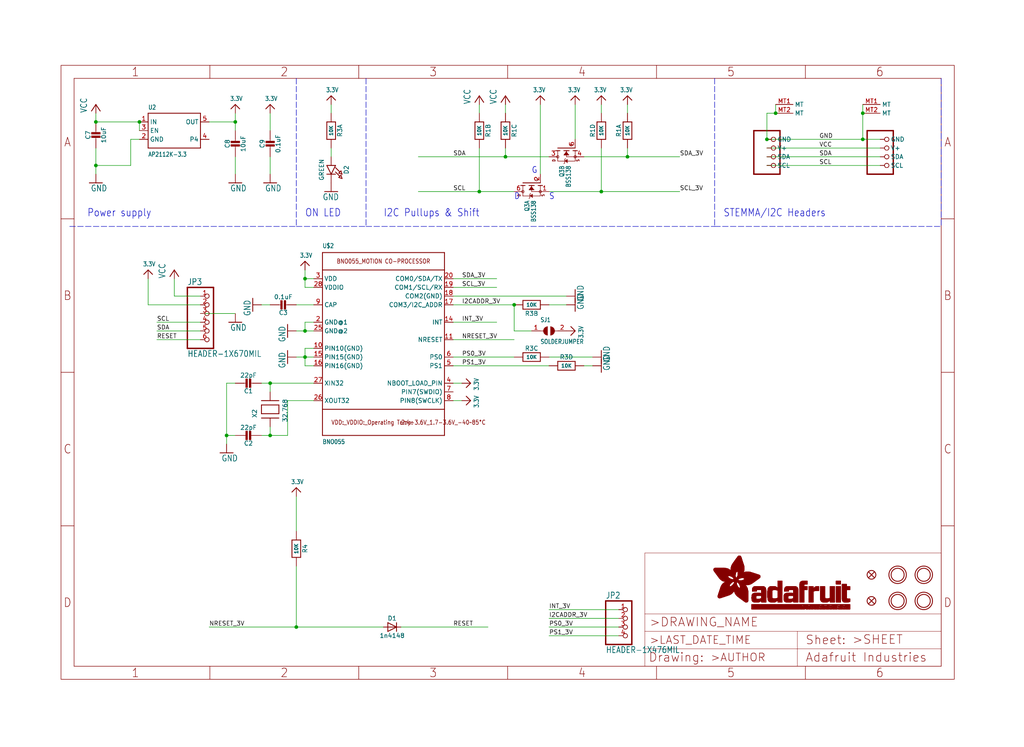
<source format=kicad_sch>
(kicad_sch (version 20211123) (generator eeschema)
  (paper "User" 298.45 217.881)
  (lib_symbols
    (symbol "Adafruit BNO055 STEMMA QT-eagle-import:3.3V" (power)
      (property "Value" "3.3V" (at -1.524 1.016 0))
      (symbol "3.3V_1_0"
        (pin power_in line (at 0 -2.54 90) (length 2.54) (name "3.3V") (number "1"))
      )
    )
    (symbol "Adafruit BNO055 STEMMA QT-eagle-import:BNO055"
      (property "Value" "BNO055" (at -17.78 -30.48 0))
      (symbol "BNO055_1_0"
        (text "2.4-3.6V_1.7-3.6V_-40~85°C" (at 5.08 -24.13 0) (effects (font (size 1.27 1.0795)) (justify left)))
        (text "BNO055_MOTION CO-PROCESSOR" (at 0 22.86 0) (effects (font (size 1.27 1.0795))))
        (text "VDD:_VDDIO:_Operating Temp:" (at -15.24 -24.13 0) (effects (font (size 1.27 1.0795)) (justify left)))
        (pin bidirectional line (at -20.32 -2.54 0) (length 2.54) (name "PIN10(GND)") (number "10"))
        (pin bidirectional line (at 20.32 0 180) (length 2.54) (name "NRESET") (number "11"))
        (pin output line (at 20.32 5.08 180) (length 2.54) (name "INT") (number "14"))
        (pin bidirectional line (at -20.32 -5.08 0) (length 2.54) (name "PIN15(GND)") (number "15"))
        (pin bidirectional line (at -20.32 -7.62 0) (length 2.54) (name "PIN16(GND)") (number "16"))
        (pin bidirectional line (at 20.32 10.16 180) (length 2.54) (name "COM3/I2C_ADDR") (number "17"))
        (pin bidirectional line (at 20.32 12.7 180) (length 2.54) (name "COM2(GND)") (number "18"))
        (pin bidirectional line (at 20.32 15.24 180) (length 2.54) (name "COM1/SCL/RX") (number "19"))
        (pin power_in line (at -20.32 5.08 0) (length 2.54) (name "GND@1") (number "2"))
        (pin bidirectional line (at 20.32 17.78 180) (length 2.54) (name "COM0/SDA/TX") (number "20"))
        (pin power_in line (at -20.32 2.54 0) (length 2.54) (name "GND@2") (number "25"))
        (pin output line (at -20.32 -17.78 0) (length 2.54) (name "XOUT32") (number "26"))
        (pin input line (at -20.32 -12.7 0) (length 2.54) (name "XIN32") (number "27"))
        (pin power_in line (at -20.32 15.24 0) (length 2.54) (name "VDDIO") (number "28"))
        (pin power_in line (at -20.32 17.78 0) (length 2.54) (name "VDD") (number "3"))
        (pin bidirectional line (at 20.32 -12.7 180) (length 2.54) (name "NBOOT_LOAD_PIN") (number "4"))
        (pin input line (at 20.32 -7.62 180) (length 2.54) (name "PS1") (number "5"))
        (pin input line (at 20.32 -5.08 180) (length 2.54) (name "PS0") (number "6"))
        (pin bidirectional line (at 20.32 -15.24 180) (length 2.54) (name "PIN7(SWDIO)") (number "7"))
        (pin bidirectional line (at 20.32 -17.78 180) (length 2.54) (name "PIN8(SWCLK)") (number "8"))
        (pin passive line (at -20.32 10.16 0) (length 2.54) (name "CAP") (number "9"))
      )
    )
    (symbol "Adafruit BNO055 STEMMA QT-eagle-import:CAP_CERAMIC0603_NO"
      (property "Reference" "C" (at -2.29 1.25 90))
      (property "Value" "CAP_CERAMIC0603_NO" (at 2.3 1.25 90))
      (symbol "CAP_CERAMIC0603_NO_1_0"
        (pin passive line (at 0 5.08 270) (length 2.54) (name "1") (number "1"))
        (pin passive line (at 0 -2.54 90) (length 2.54) (name "2") (number "2"))
      )
    )
    (symbol "Adafruit BNO055 STEMMA QT-eagle-import:CAP_CERAMIC0805-NOOUTLINE"
      (property "Reference" "C" (at -2.29 1.25 90))
      (property "Value" "CAP_CERAMIC0805-NOOUTLINE" (at 2.3 1.25 90))
      (symbol "CAP_CERAMIC0805-NOOUTLINE_1_0"
        (pin passive line (at 0 5.08 270) (length 2.54) (name "1") (number "1"))
        (pin passive line (at 0 -2.54 90) (length 2.54) (name "2") (number "2"))
      )
    )
    (symbol "Adafruit BNO055 STEMMA QT-eagle-import:DIODESOD-323"
      (property "Reference" "D" (at 0 2.54 0))
      (property "Value" "DIODESOD-323" (at 0 -2.5 0))
      (symbol "DIODESOD-323_1_0"
        (pin passive line (at -2.54 0 0) (length 2.54) (name "A") (number "A"))
        (pin passive line (at 2.54 0 180) (length 2.54) (name "C") (number "C"))
      )
    )
    (symbol "Adafruit BNO055 STEMMA QT-eagle-import:FIDUCIAL_1MM")
    (symbol "Adafruit BNO055 STEMMA QT-eagle-import:FRAME_A4_ADAFRUIT"
      (symbol "FRAME_A4_ADAFRUIT_1_0"
        (text "1" (at 21.6958 1.905 0) (effects (font (size 2.54 2.286))))
        (text "1" (at 21.6958 177.165 0) (effects (font (size 2.54 2.286))))
        (text "2" (at 65.0875 1.905 0) (effects (font (size 2.54 2.286))))
        (text "2" (at 65.0875 177.165 0) (effects (font (size 2.54 2.286))))
        (text "3" (at 108.4792 1.905 0) (effects (font (size 2.54 2.286))))
        (text "3" (at 108.4792 177.165 0) (effects (font (size 2.54 2.286))))
        (text "4" (at 151.8708 1.905 0) (effects (font (size 2.54 2.286))))
        (text "4" (at 151.8708 177.165 0) (effects (font (size 2.54 2.286))))
        (text "5" (at 195.2625 1.905 0) (effects (font (size 2.54 2.286))))
        (text "5" (at 195.2625 177.165 0) (effects (font (size 2.54 2.286))))
        (text "6" (at 238.6542 1.905 0) (effects (font (size 2.54 2.286))))
        (text "6" (at 238.6542 177.165 0) (effects (font (size 2.54 2.286))))
        (text ">AUTHOR" (at 189.23 5.08 0) (effects (font (size 2.286 2.286)) (justify left bottom)))
        (text ">DRAWING_NAME" (at 171.45 15.24 0) (effects (font (size 2.54 2.54)) (justify left bottom)))
        (text ">LAST_DATE_TIME" (at 171.45 10.16 0) (effects (font (size 2.286 2.286)) (justify left bottom)))
        (text ">SHEET" (at 230.505 10.16 0) (effects (font (size 2.54 2.54)) (justify left bottom)))
        (text "A" (at 1.905 156.6863 0) (effects (font (size 2.54 2.286))))
        (text "A" (at 258.445 156.6863 0) (effects (font (size 2.54 2.286))))
        (text "Adafruit Industries" (at 216.916 4.953 0) (effects (font (size 2.54 2.54)) (justify left bottom)))
        (text "B" (at 1.905 111.9188 0) (effects (font (size 2.54 2.286))))
        (text "B" (at 258.445 111.9188 0) (effects (font (size 2.54 2.286))))
        (text "C" (at 1.905 67.1513 0) (effects (font (size 2.54 2.286))))
        (text "C" (at 258.445 67.1513 0) (effects (font (size 2.54 2.286))))
        (text "D" (at 1.905 22.3838 0) (effects (font (size 2.54 2.286))))
        (text "D" (at 258.445 22.3838 0) (effects (font (size 2.54 2.286))))
        (text "Drawing:" (at 171.196 4.953 0) (effects (font (size 2.54 2.54)) (justify left bottom)))
        (text "Sheet:" (at 216.916 10.033 0) (effects (font (size 2.54 2.54)) (justify left bottom)))
      )
    )
    (symbol "Adafruit BNO055 STEMMA QT-eagle-import:GND" (power)
      (property "Value" "GND" (at -2.54 -2.54 0))
      (symbol "GND_1_0"
        (pin power_in line (at 0 2.54 270) (length 2.54) (name "GND") (number "1"))
      )
    )
    (symbol "Adafruit BNO055 STEMMA QT-eagle-import:HEADER-1X476MIL"
      (property "Reference" "JP" (at -6.35 8.255 0))
      (property "Value" "HEADER-1X476MIL" (at -6.35 -7.62 0))
      (symbol "HEADER-1X476MIL_1_0"
        (pin passive inverted (at -2.54 5.08 0) (length 2.54) (name "1") (number "1"))
        (pin passive inverted (at -2.54 2.54 0) (length 2.54) (name "2") (number "2"))
        (pin passive inverted (at -2.54 0 0) (length 2.54) (name "3") (number "3"))
        (pin passive inverted (at -2.54 -2.54 0) (length 2.54) (name "4") (number "4"))
      )
    )
    (symbol "Adafruit BNO055 STEMMA QT-eagle-import:HEADER-1X670MIL"
      (property "Reference" "JP" (at -6.35 10.795 0))
      (property "Value" "HEADER-1X670MIL" (at -6.35 -10.16 0))
      (symbol "HEADER-1X670MIL_1_0"
        (pin passive inverted (at -2.54 7.62 0) (length 2.54) (name "1") (number "1"))
        (pin passive inverted (at -2.54 5.08 0) (length 2.54) (name "2") (number "2"))
        (pin passive inverted (at -2.54 2.54 0) (length 2.54) (name "3") (number "3"))
        (pin passive inverted (at -2.54 0 0) (length 2.54) (name "4") (number "4"))
        (pin passive inverted (at -2.54 -2.54 0) (length 2.54) (name "5") (number "5"))
        (pin passive inverted (at -2.54 -5.08 0) (length 2.54) (name "6") (number "6"))
      )
    )
    (symbol "Adafruit BNO055 STEMMA QT-eagle-import:LED0603_NOOUTLINE"
      (property "Reference" "D" (at -1.27 4.445 0))
      (property "Value" "LED0603_NOOUTLINE" (at -1.27 -2.794 0))
      (symbol "LED0603_NOOUTLINE_1_0"
        (pin passive line (at -5.08 0 0) (length 2.54) (name "A") (number "A"))
        (pin passive line (at 2.54 0 180) (length 2.54) (name "C") (number "C"))
      )
    )
    (symbol "Adafruit BNO055 STEMMA QT-eagle-import:MOSFET-N_DUAL"
      (property "Reference" "Q" (at 5.08 0.635 0))
      (property "Value" "MOSFET-N_DUAL" (at 5.08 -1.27 0))
      (symbol "MOSFET-N_DUAL_1_0"
        (text "D" (at 3.175 3.175 0) (effects (font (size 0.8128 0.6908)) (justify left bottom)))
        (text "G" (at -1.27 -1.905 0) (effects (font (size 0.8128 0.6908)) (justify left bottom)))
        (text "S" (at 3.175 -3.81 0) (effects (font (size 0.8128 0.6908)) (justify left bottom)))
        (pin bidirectional line (at 2.54 -5.08 90) (length 2.54) (name "S") (number "1"))
        (pin bidirectional line (at -2.54 -2.54 0) (length 2.54) (name "G") (number "2"))
        (pin bidirectional line (at 2.54 5.08 270) (length 2.54) (name "D") (number "6"))
      )
      (symbol "MOSFET-N_DUAL_2_0"
        (text "D" (at 3.175 3.175 0) (effects (font (size 0.8128 0.6908)) (justify left bottom)))
        (text "G" (at -1.27 -1.905 0) (effects (font (size 0.8128 0.6908)) (justify left bottom)))
        (text "S" (at 3.175 -3.81 0) (effects (font (size 0.8128 0.6908)) (justify left bottom)))
        (pin bidirectional line (at 2.54 5.08 270) (length 2.54) (name "D") (number "3"))
        (pin bidirectional line (at 2.54 -5.08 90) (length 2.54) (name "S") (number "4"))
        (pin bidirectional line (at -2.54 -2.54 0) (length 2.54) (name "G") (number "5"))
      )
    )
    (symbol "Adafruit BNO055 STEMMA QT-eagle-import:MOUNTINGHOLE2.5")
    (symbol "Adafruit BNO055 STEMMA QT-eagle-import:RESISTOR_0603_NOOUT"
      (property "Reference" "R" (at 0 2.54 0))
      (property "Value" "RESISTOR_0603_NOOUT" (at 0 0 0))
      (symbol "RESISTOR_0603_NOOUT_1_0"
        (pin passive line (at -5.08 0 0) (length 2.54) (name "1") (number "1"))
        (pin passive line (at 5.08 0 180) (length 2.54) (name "2") (number "2"))
      )
    )
    (symbol "Adafruit BNO055 STEMMA QT-eagle-import:RESISTOR_4PACK"
      (property "Reference" "R" (at 0 2.54 0))
      (property "Value" "RESISTOR_4PACK" (at 0 0 0))
      (symbol "RESISTOR_4PACK_1_0"
        (pin passive line (at -5.08 0 0) (length 2.54) (name "1") (number "1"))
        (pin passive line (at 5.08 0 180) (length 2.54) (name "2") (number "8"))
      )
      (symbol "RESISTOR_4PACK_2_0"
        (pin passive line (at -5.08 0 0) (length 2.54) (name "1") (number "2"))
        (pin passive line (at 5.08 0 180) (length 2.54) (name "2") (number "7"))
      )
      (symbol "RESISTOR_4PACK_3_0"
        (pin passive line (at -5.08 0 0) (length 2.54) (name "1") (number "3"))
        (pin passive line (at 5.08 0 180) (length 2.54) (name "2") (number "6"))
      )
      (symbol "RESISTOR_4PACK_4_0"
        (pin passive line (at -5.08 0 0) (length 2.54) (name "1") (number "4"))
        (pin passive line (at 5.08 0 180) (length 2.54) (name "2") (number "5"))
      )
    )
    (symbol "Adafruit BNO055 STEMMA QT-eagle-import:SOLDERJUMPER"
      (property "Reference" "SJ" (at -2.54 2.54 0))
      (property "Value" "SOLDERJUMPER" (at -2.54 -3.81 0))
      (symbol "SOLDERJUMPER_1_0"
        (pin passive line (at -5.08 0 0) (length 2.54) (name "1") (number "1"))
        (pin passive line (at 5.08 0 180) (length 2.54) (name "2") (number "2"))
      )
    )
    (symbol "Adafruit BNO055 STEMMA QT-eagle-import:STEMMA_I2C_QT"
      (symbol "STEMMA_I2C_QT_1_0"
        (pin passive inverted (at 0 5.08 0) (length 2.54) (name "GND") (number "1"))
        (pin passive inverted (at 0 2.54 0) (length 2.54) (name "V+") (number "2"))
        (pin passive inverted (at 0 0 0) (length 2.54) (name "SDA") (number "3"))
        (pin passive inverted (at 0 -2.54 0) (length 2.54) (name "SCL") (number "4"))
      )
      (symbol "STEMMA_I2C_QT_2_0"
        (pin bidirectional line (at 0 0 0) (length 5.08) (name "MT") (number "MT1"))
      )
      (symbol "STEMMA_I2C_QT_3_0"
        (pin bidirectional line (at 0 0 0) (length 5.08) (name "MT") (number "MT2"))
      )
    )
    (symbol "Adafruit BNO055 STEMMA QT-eagle-import:VCC" (power)
      (property "Value" "VCC" (at -2.54 -2.54 90))
      (symbol "VCC_1_0"
        (pin power_in line (at 0 -2.54 90) (length 2.54) (name "VCC") (number "1"))
      )
    )
    (symbol "Adafruit BNO055 STEMMA QT-eagle-import:VREG_SOT23-5"
      (property "Reference" "U" (at -7.62 6.096 0))
      (property "Value" "VREG_SOT23-5" (at -7.62 -7.62 0))
      (symbol "VREG_SOT23-5_1_0"
        (pin power_in line (at -10.16 2.54 0) (length 2.54) (name "IN") (number "1"))
        (pin power_in line (at -10.16 -2.54 0) (length 2.54) (name "GND") (number "2"))
        (pin input line (at -10.16 0 0) (length 2.54) (name "EN") (number "3"))
        (pin bidirectional line (at 10.16 -2.54 180) (length 2.54) (name "P4") (number "4"))
        (pin power_in line (at 10.16 2.54 180) (length 2.54) (name "OUT") (number "5"))
      )
    )
    (symbol "Adafruit BNO055 STEMMA QT-eagle-import:XTAL-3.2X1.5"
      (property "Reference" "X" (at -2.54 3.81 0))
      (property "Value" "XTAL-3.2X1.5" (at -3.81 -5.08 0))
      (symbol "XTAL-3.2X1.5_1_0"
        (pin bidirectional line (at -5.08 0 0) (length 2.54) (name "P$1") (number "P$1"))
        (pin bidirectional line (at 5.08 0 180) (length 2.54) (name "P$2") (number "P$2"))
      )
    )
  )
  (junction (at 139.7 55.88))
  (junction (at 88.9 104.14))
  (junction (at 78.74 127))
  (junction (at 78.74 111.76))
  (junction (at 147.32 45.72))
  (junction (at 149.86 88.9))
  (junction (at 86.36 182.88))
  (junction (at 226.06 33.02))
  (junction (at 251.46 40.64))
  (junction (at 40.64 35.56))
  (junction (at 88.9 81.28))
  (junction (at 27.94 48.26))
  (junction (at 182.88 45.72))
  (junction (at 175.26 55.88))
  (junction (at 88.9 96.52))
  (junction (at 223.52 40.64))
  (junction (at 27.94 35.56))
  (junction (at 66.04 127))
  (junction (at 68.58 35.56))
  (junction (at 251.46 33.02))
  (wire (pts (xy 40.64 40.64) (xy 38.1 40.64)))
  (wire (pts (xy 68.58 127) (xy 66.04 127)))
  (wire (pts (xy 160.02 177.8) (xy 180.34 177.8)))
  (wire (pts (xy 78.74 127) (xy 76.2 127)))
  (wire (pts (xy 88.9 93.98) (xy 88.9 96.52)))
  (wire (pts (xy 160.02 45.72) (xy 147.32 45.72)))
  (wire (pts (xy 68.58 45.72) (xy 68.58 50.8)))
  (wire (pts (xy 160.02 180.34) (xy 180.34 180.34)))
  (wire (pts (xy 251.46 40.64) (xy 223.52 40.64)))
  (wire (pts (xy 149.86 96.52) (xy 154.94 96.52)))
  (wire (pts (xy 88.9 101.6) (xy 88.9 104.14)))
  (wire (pts (xy 88.9 104.14) (xy 86.36 104.14)))
  (wire (pts (xy 58.42 91.44) (xy 68.58 91.44)))
  (wire (pts (xy 86.36 165.1) (xy 86.36 182.88)))
  (wire (pts (xy 88.9 83.82) (xy 88.9 81.28)))
  (wire (pts (xy 58.42 88.9) (xy 43.18 88.9)))
  (polyline (pts (xy 274.32 22.86) (xy 274.32 66.04)))
  (wire (pts (xy 132.08 111.76) (xy 134.62 111.76)))
  (wire (pts (xy 78.74 88.9) (xy 76.2 88.9)))
  (wire (pts (xy 27.94 33.02) (xy 27.94 35.56)))
  (wire (pts (xy 58.42 93.98) (xy 45.72 93.98)))
  (wire (pts (xy 96.52 30.48) (xy 96.52 33.02)))
  (wire (pts (xy 91.44 111.76) (xy 78.74 111.76)))
  (wire (pts (xy 91.44 106.68) (xy 88.9 106.68)))
  (wire (pts (xy 251.46 30.48) (xy 251.46 33.02)))
  (wire (pts (xy 149.86 55.88) (xy 139.7 55.88)))
  (wire (pts (xy 60.96 182.88) (xy 86.36 182.88)))
  (wire (pts (xy 116.84 182.88) (xy 142.24 182.88)))
  (wire (pts (xy 96.52 45.72) (xy 96.52 43.18)))
  (wire (pts (xy 78.74 45.72) (xy 78.74 50.8)))
  (wire (pts (xy 160.02 104.14) (xy 172.72 104.14)))
  (wire (pts (xy 134.62 116.84) (xy 132.08 116.84)))
  (wire (pts (xy 91.44 93.98) (xy 88.9 93.98)))
  (wire (pts (xy 43.18 88.9) (xy 43.18 81.28)))
  (wire (pts (xy 78.74 33.02) (xy 78.74 38.1)))
  (wire (pts (xy 132.08 106.68) (xy 160.02 106.68)))
  (wire (pts (xy 78.74 114.3) (xy 78.74 111.76)))
  (wire (pts (xy 165.1 86.36) (xy 132.08 86.36)))
  (wire (pts (xy 27.94 48.26) (xy 27.94 43.18)))
  (wire (pts (xy 139.7 43.18) (xy 139.7 55.88)))
  (wire (pts (xy 88.9 96.52) (xy 86.36 96.52)))
  (wire (pts (xy 157.48 50.8) (xy 157.48 30.48)))
  (wire (pts (xy 132.08 93.98) (xy 144.78 93.98)))
  (polyline (pts (xy 86.36 66.04) (xy 106.68 66.04)))
  (wire (pts (xy 40.64 35.56) (xy 27.94 35.56)))
  (wire (pts (xy 91.44 88.9) (xy 86.36 88.9)))
  (wire (pts (xy 251.46 33.02) (xy 251.46 40.64)))
  (polyline (pts (xy 106.68 66.04) (xy 208.28 66.04)))
  (wire (pts (xy 256.54 45.72) (xy 223.52 45.72)))
  (wire (pts (xy 160.02 55.88) (xy 175.26 55.88)))
  (wire (pts (xy 91.44 116.84) (xy 83.82 116.84)))
  (wire (pts (xy 160.02 185.42) (xy 180.34 185.42)))
  (wire (pts (xy 175.26 33.02) (xy 175.26 30.48)))
  (wire (pts (xy 132.08 99.06) (xy 149.86 99.06)))
  (wire (pts (xy 226.06 30.48) (xy 226.06 33.02)))
  (wire (pts (xy 66.04 111.76) (xy 66.04 127)))
  (polyline (pts (xy 20.32 66.04) (xy 86.36 66.04)))
  (wire (pts (xy 68.58 35.56) (xy 68.58 38.1)))
  (wire (pts (xy 91.44 83.82) (xy 88.9 83.82)))
  (wire (pts (xy 139.7 55.88) (xy 121.92 55.88)))
  (wire (pts (xy 60.96 35.56) (xy 68.58 35.56)))
  (polyline (pts (xy 86.36 22.86) (xy 86.36 66.04)))
  (wire (pts (xy 139.7 30.48) (xy 139.7 33.02)))
  (wire (pts (xy 132.08 83.82) (xy 144.78 83.82)))
  (wire (pts (xy 68.58 35.56) (xy 68.58 33.02)))
  (wire (pts (xy 132.08 104.14) (xy 149.86 104.14)))
  (wire (pts (xy 83.82 116.84) (xy 83.82 127)))
  (wire (pts (xy 78.74 111.76) (xy 76.2 111.76)))
  (wire (pts (xy 223.52 43.18) (xy 256.54 43.18)))
  (wire (pts (xy 38.1 48.26) (xy 27.94 48.26)))
  (wire (pts (xy 91.44 96.52) (xy 88.9 96.52)))
  (wire (pts (xy 27.94 48.26) (xy 27.94 50.8)))
  (wire (pts (xy 86.36 154.94) (xy 86.36 144.78)))
  (wire (pts (xy 175.26 55.88) (xy 198.12 55.88)))
  (wire (pts (xy 165.1 88.9) (xy 160.02 88.9)))
  (wire (pts (xy 223.52 48.26) (xy 256.54 48.26)))
  (wire (pts (xy 147.32 45.72) (xy 121.92 45.72)))
  (wire (pts (xy 182.88 45.72) (xy 198.12 45.72)))
  (wire (pts (xy 223.52 33.02) (xy 223.52 40.64)))
  (wire (pts (xy 132.08 81.28) (xy 144.78 81.28)))
  (wire (pts (xy 40.64 38.1) (xy 40.64 35.56)))
  (wire (pts (xy 132.08 88.9) (xy 149.86 88.9)))
  (polyline (pts (xy 208.28 66.04) (xy 274.32 66.04)))
  (wire (pts (xy 91.44 81.28) (xy 88.9 81.28)))
  (wire (pts (xy 68.58 111.76) (xy 66.04 111.76)))
  (wire (pts (xy 160.02 182.88) (xy 180.34 182.88)))
  (wire (pts (xy 88.9 106.68) (xy 88.9 104.14)))
  (wire (pts (xy 66.04 127) (xy 66.04 129.54)))
  (wire (pts (xy 83.82 127) (xy 78.74 127)))
  (wire (pts (xy 58.42 96.52) (xy 45.72 96.52)))
  (wire (pts (xy 50.8 86.36) (xy 50.8 81.28)))
  (wire (pts (xy 58.42 86.36) (xy 50.8 86.36)))
  (wire (pts (xy 170.18 106.68) (xy 172.72 106.68)))
  (wire (pts (xy 86.36 182.88) (xy 111.76 182.88)))
  (wire (pts (xy 256.54 40.64) (xy 251.46 40.64)))
  (wire (pts (xy 182.88 43.18) (xy 182.88 45.72)))
  (wire (pts (xy 88.9 81.28) (xy 88.9 78.74)))
  (wire (pts (xy 226.06 33.02) (xy 223.52 33.02)))
  (wire (pts (xy 175.26 43.18) (xy 175.26 55.88)))
  (wire (pts (xy 91.44 104.14) (xy 88.9 104.14)))
  (wire (pts (xy 167.64 40.64) (xy 167.64 30.48)))
  (wire (pts (xy 147.32 43.18) (xy 147.32 45.72)))
  (wire (pts (xy 147.32 33.02) (xy 147.32 30.48)))
  (wire (pts (xy 91.44 101.6) (xy 88.9 101.6)))
  (wire (pts (xy 38.1 40.64) (xy 38.1 48.26)))
  (polyline (pts (xy 208.28 22.86) (xy 208.28 66.04)))
  (wire (pts (xy 170.18 45.72) (xy 182.88 45.72)))
  (polyline (pts (xy 106.68 22.86) (xy 106.68 66.04)))
  (wire (pts (xy 149.86 88.9) (xy 149.86 96.52)))
  (wire (pts (xy 58.42 99.06) (xy 45.72 99.06)))
  (wire (pts (xy 78.74 124.46) (xy 78.74 127)))
  (wire (pts (xy 182.88 33.02) (xy 182.88 30.48)))
  (text "STEMMA/I2C Headers" (at 210.82 63.5 180) (effects (font (size 2.1844 1.8567)) (justify left bottom)))
  (text "Power supply" (at 25.4 63.5 180) (effects (font (size 2.1844 1.8567)) (justify left bottom)))
  (text "S" (at 160.02 58.42 180) (effects (font (size 1.778 1.5113)) (justify left bottom)))
  (text "G" (at 154.94 50.8 180) (effects (font (size 1.778 1.5113)) (justify left bottom)))
  (text "ON LED" (at 88.9 63.5 180) (effects (font (size 2.1844 1.8567)) (justify left bottom)))
  (text "I2C Pullups & Shift" (at 111.76 63.5 180) (effects (font (size 2.1844 1.8567)) (justify left bottom)))
  (text "D" (at 149.86 58.42 180) (effects (font (size 1.778 1.5113)) (justify left bottom)))
  (label "SCL_3V" (at 134.62 83.82 0) (effects (font (size 1.2446 1.2446))))
  (label "PS1_3V" (at 134.62 106.68 0) (effects (font (size 1.2446 1.2446))))
  (label "SDA" (at 238.76 45.72 0) (effects (font (size 1.2446 1.2446))))
  (label "SCL_3V" (at 198.12 55.88 0) (effects (font (size 1.2446 1.2446))))
  (label "I2CADDR_3V" (at 160.02 180.34 0) (effects (font (size 1.2446 1.2446))))
  (label "NRESET_3V" (at 60.96 182.88 0) (effects (font (size 1.2446 1.2446))))
  (label "PS0_3V" (at 134.62 104.14 0) (effects (font (size 1.2446 1.2446))))
  (label "SCL" (at 238.76 48.26 0) (effects (font (size 1.2446 1.2446))))
  (label "RESET" (at 132.08 182.88 0) (effects (font (size 1.2446 1.2446))))
  (label "I2CADDR_3V" (at 134.62 88.9 0) (effects (font (size 1.2446 1.2446))))
  (label "INT_3V" (at 160.02 177.8 0) (effects (font (size 1.2446 1.2446))))
  (label "SCL" (at 45.72 93.98 0) (effects (font (size 1.2446 1.2446))))
  (label "SCL" (at 132.08 55.88 0) (effects (font (size 1.2446 1.2446))))
  (label "SDA_3V" (at 134.62 81.28 0) (effects (font (size 1.2446 1.2446))))
  (label "SDA" (at 132.08 45.72 0) (effects (font (size 1.2446 1.2446))))
  (label "PS1_3V" (at 160.02 185.42 0) (effects (font (size 1.2446 1.2446))))
  (label "PS0_3V" (at 160.02 182.88 0) (effects (font (size 1.2446 1.2446))))
  (label "SDA_3V" (at 198.12 45.72 0) (effects (font (size 1.2446 1.2446))))
  (label "VCC" (at 238.76 43.18 0) (effects (font (size 1.2446 1.2446))))
  (label "SDA" (at 45.72 96.52 0) (effects (font (size 1.2446 1.2446))))
  (label "GND" (at 238.76 40.64 0) (effects (font (size 1.2446 1.2446))))
  (label "INT_3V" (at 134.62 93.98 0) (effects (font (size 1.2446 1.2446))))
  (label "RESET" (at 45.72 99.06 0) (effects (font (size 1.2446 1.2446))))
  (label "NRESET_3V" (at 134.62 99.06 0) (effects (font (size 1.2446 1.2446))))
  (symbol (lib_id "Adafruit BNO055 STEMMA QT-eagle-import:3.3V") (at 86.36 142.24 0) (unit 1)
    (property "Reference" "#U$27" (effects hide))
    (property "Value" "3.3V" (at 84.836 141.224 0) (effects (font (size 1.27 1.0795)) (justify left bottom)))
    (property "Footprint" "Adafruit BNO055 STEMMA QT:" (effects hide))
  )
  (symbol (lib_id "Adafruit BNO055 STEMMA QT-eagle-import:3.3V") (at 68.58 30.48 0) (unit 1)
    (property "Reference" "#U$39" (effects hide))
    (property "Value" "3.3V" (at 67.056 29.464 0) (effects (font (size 1.27 1.0795)) (justify left bottom)))
    (property "Footprint" "Adafruit BNO055 STEMMA QT:" (effects hide))
  )
  (symbol (lib_id "Adafruit BNO055 STEMMA QT-eagle-import:3.3V") (at 43.18 78.74 0) (unit 1)
    (property "Reference" "#U$44" (effects hide))
    (property "Value" "3.3V" (at 41.656 77.724 0) (effects (font (size 1.27 1.0795)) (justify left bottom)))
    (property "Footprint" "Adafruit BNO055 STEMMA QT:" (effects hide))
  )
  (symbol (lib_id "Adafruit BNO055 STEMMA QT-eagle-import:VCC") (at 50.8 78.74 0) (unit 1)
    (property "Reference" "#P+4" (effects hide))
    (property "Value" "VCC" (at 48.26 81.28 90) (effects (font (size 1.778 1.5113)) (justify left bottom)))
    (property "Footprint" "Adafruit BNO055 STEMMA QT:" (effects hide))
  )
  (symbol (lib_id "Adafruit BNO055 STEMMA QT-eagle-import:RESISTOR_4PACK") (at 139.7 38.1 270) (unit 2)
    (property "Reference" "R1" (at 142.24 38.1 0))
    (property "Value" "10K" (at 139.7 38.1 0) (effects (font (size 1.016 1.016) bold)))
    (property "Footprint" "Adafruit BNO055 STEMMA QT:RESPACK_4X0603" (effects hide))
  )
  (symbol (lib_id "Adafruit BNO055 STEMMA QT-eagle-import:3.3V") (at 88.9 76.2 0) (unit 1)
    (property "Reference" "#U$21" (effects hide))
    (property "Value" "3.3V" (at 87.376 75.184 0) (effects (font (size 1.27 1.0795)) (justify left bottom)))
    (property "Footprint" "Adafruit BNO055 STEMMA QT:" (effects hide))
  )
  (symbol (lib_id "Adafruit BNO055 STEMMA QT-eagle-import:RESISTOR_0603_NOOUT") (at 86.36 160.02 270) (unit 1)
    (property "Reference" "R4" (at 88.9 160.02 0))
    (property "Value" "10K" (at 86.36 160.02 0) (effects (font (size 1.016 1.016) bold)))
    (property "Footprint" "Adafruit BNO055 STEMMA QT:0603-NO" (effects hide))
  )
  (symbol (lib_id "Adafruit BNO055 STEMMA QT-eagle-import:RESISTOR_4PACK") (at 147.32 38.1 270) (unit 3)
    (property "Reference" "R1" (at 149.86 38.1 0))
    (property "Value" "10K" (at 147.32 38.1 0) (effects (font (size 1.016 1.016) bold)))
    (property "Footprint" "Adafruit BNO055 STEMMA QT:RESPACK_4X0603" (effects hide))
  )
  (symbol (lib_id "Adafruit BNO055 STEMMA QT-eagle-import:CAP_CERAMIC0805-NOOUTLINE") (at 27.94 40.64 0) (unit 1)
    (property "Reference" "C7" (at 25.65 39.39 90))
    (property "Value" "10uF" (at 30.24 39.39 90))
    (property "Footprint" "Adafruit BNO055 STEMMA QT:0805-NO" (effects hide))
  )
  (symbol (lib_id "Adafruit BNO055 STEMMA QT-eagle-import:RESISTOR_4PACK") (at 165.1 106.68 0) (unit 4)
    (property "Reference" "R3" (at 165.1 104.14 0))
    (property "Value" "10K" (at 165.1 106.68 0) (effects (font (size 1.016 1.016) bold)))
    (property "Footprint" "Adafruit BNO055 STEMMA QT:RESPACK_4X0603" (effects hide))
  )
  (symbol (lib_id "Adafruit BNO055 STEMMA QT-eagle-import:MOUNTINGHOLE2.5") (at 261.62 167.64 0) (unit 1)
    (property "Reference" "U$46" (effects hide))
    (property "Value" "MOUNTINGHOLE2.5" (effects hide))
    (property "Footprint" "Adafruit BNO055 STEMMA QT:MOUNTINGHOLE_2.5_PLATED" (effects hide))
  )
  (symbol (lib_id "Adafruit BNO055 STEMMA QT-eagle-import:GND") (at 83.82 104.14 270) (unit 1)
    (property "Reference" "#U$12" (effects hide))
    (property "Value" "GND" (at 81.28 102.616 0) (effects (font (size 1.778 1.5113)) (justify left bottom)))
    (property "Footprint" "Adafruit BNO055 STEMMA QT:" (effects hide))
  )
  (symbol (lib_id "Adafruit BNO055 STEMMA QT-eagle-import:HEADER-1X476MIL") (at 182.88 182.88 0) (unit 1)
    (property "Reference" "JP2" (at 176.53 174.625 0) (effects (font (size 1.778 1.5113)) (justify left bottom)))
    (property "Value" "HEADER-1X476MIL" (at 176.53 190.5 0) (effects (font (size 1.778 1.5113)) (justify left bottom)))
    (property "Footprint" "Adafruit BNO055 STEMMA QT:1X04_ROUND_76" (effects hide))
  )
  (symbol (lib_id "Adafruit BNO055 STEMMA QT-eagle-import:RESISTOR_4PACK") (at 175.26 38.1 90) (mirror x) (unit 4)
    (property "Reference" "R1" (at 172.72 38.1 0))
    (property "Value" "10K" (at 175.26 38.1 0) (effects (font (size 1.016 1.016) bold)))
    (property "Footprint" "Adafruit BNO055 STEMMA QT:RESPACK_4X0603" (effects hide))
  )
  (symbol (lib_id "Adafruit BNO055 STEMMA QT-eagle-import:CAP_CERAMIC0603_NO") (at 73.66 111.76 90) (unit 1)
    (property "Reference" "C1" (at 72.41 114.05 90))
    (property "Value" "22pF" (at 72.41 109.46 90))
    (property "Footprint" "Adafruit BNO055 STEMMA QT:0603-NO" (effects hide))
  )
  (symbol (lib_id "Adafruit BNO055 STEMMA QT-eagle-import:BNO055") (at 111.76 99.06 0) (unit 1)
    (property "Reference" "U$2" (at 93.98 72.39 0) (effects (font (size 1.27 1.0795)) (justify left bottom)))
    (property "Value" "BNO055" (at 93.98 129.54 0) (effects (font (size 1.27 1.0795)) (justify left bottom)))
    (property "Footprint" "Adafruit BNO055 STEMMA QT:BNO055" (effects hide))
  )
  (symbol (lib_id "Adafruit BNO055 STEMMA QT-eagle-import:GND") (at 167.64 86.36 90) (unit 1)
    (property "Reference" "#U$8" (effects hide))
    (property "Value" "GND" (at 170.18 87.884 0) (effects (font (size 1.778 1.5113)) (justify left bottom)))
    (property "Footprint" "Adafruit BNO055 STEMMA QT:" (effects hide))
  )
  (symbol (lib_id "Adafruit BNO055 STEMMA QT-eagle-import:CAP_CERAMIC0805-NOOUTLINE") (at 68.58 43.18 0) (unit 1)
    (property "Reference" "C8" (at 66.29 41.93 90))
    (property "Value" "10uF" (at 70.88 41.93 90))
    (property "Footprint" "Adafruit BNO055 STEMMA QT:0805-NO" (effects hide))
  )
  (symbol (lib_id "Adafruit BNO055 STEMMA QT-eagle-import:RESISTOR_4PACK") (at 96.52 38.1 270) (unit 1)
    (property "Reference" "R3" (at 99.06 38.1 0))
    (property "Value" "10K" (at 96.52 38.1 0) (effects (font (size 1.016 1.016) bold)))
    (property "Footprint" "Adafruit BNO055 STEMMA QT:RESPACK_4X0603" (effects hide))
  )
  (symbol (lib_id "Adafruit BNO055 STEMMA QT-eagle-import:VCC") (at 139.7 27.94 0) (unit 1)
    (property "Reference" "#P+1" (effects hide))
    (property "Value" "VCC" (at 137.16 30.48 90) (effects (font (size 1.778 1.5113)) (justify left bottom)))
    (property "Footprint" "Adafruit BNO055 STEMMA QT:" (effects hide))
  )
  (symbol (lib_id "Adafruit BNO055 STEMMA QT-eagle-import:GND") (at 175.26 104.14 90) (unit 1)
    (property "Reference" "#U$5" (effects hide))
    (property "Value" "GND" (at 177.8 105.664 0) (effects (font (size 1.778 1.5113)) (justify left bottom)))
    (property "Footprint" "Adafruit BNO055 STEMMA QT:" (effects hide))
  )
  (symbol (lib_id "Adafruit BNO055 STEMMA QT-eagle-import:GND") (at 68.58 93.98 0) (unit 1)
    (property "Reference" "#U$37" (effects hide))
    (property "Value" "GND" (at 67.056 96.52 0) (effects (font (size 1.778 1.5113)) (justify left bottom)))
    (property "Footprint" "Adafruit BNO055 STEMMA QT:" (effects hide))
  )
  (symbol (lib_id "Adafruit BNO055 STEMMA QT-eagle-import:CAP_CERAMIC0603_NO") (at 83.82 88.9 90) (unit 1)
    (property "Reference" "C3" (at 82.57 91.19 90))
    (property "Value" "0.1uF" (at 82.57 86.6 90))
    (property "Footprint" "Adafruit BNO055 STEMMA QT:0603-NO" (effects hide))
  )
  (symbol (lib_id "Adafruit BNO055 STEMMA QT-eagle-import:SOLDERJUMPER") (at 160.02 96.52 0) (unit 1)
    (property "Reference" "SJ1" (at 157.48 93.98 0) (effects (font (size 1.27 1.0795)) (justify left bottom)))
    (property "Value" "SOLDERJUMPER" (at 157.48 100.33 0) (effects (font (size 1.27 1.0795)) (justify left bottom)))
    (property "Footprint" "Adafruit BNO055 STEMMA QT:SOLDERJUMPER_ARROW_NOPASTE" (effects hide))
  )
  (symbol (lib_id "Adafruit BNO055 STEMMA QT-eagle-import:STEMMA_I2C_QT") (at 223.52 45.72 0) (unit 1)
    (property "Reference" "CONN3" (effects hide))
    (property "Value" "STEMMA_I2C_QT" (effects hide))
    (property "Footprint" "Adafruit BNO055 STEMMA QT:JST_SH4" (effects hide))
  )
  (symbol (lib_id "Adafruit BNO055 STEMMA QT-eagle-import:3.3V") (at 167.64 96.52 270) (unit 1)
    (property "Reference" "#U$3" (effects hide))
    (property "Value" "3.3V" (at 168.656 94.996 0) (effects (font (size 1.27 1.0795)) (justify left bottom)))
    (property "Footprint" "Adafruit BNO055 STEMMA QT:" (effects hide))
  )
  (symbol (lib_id "Adafruit BNO055 STEMMA QT-eagle-import:3.3V") (at 175.26 27.94 0) (mirror y) (unit 1)
    (property "Reference" "#U$41" (effects hide))
    (property "Value" "3.3V" (at 176.784 26.924 0) (effects (font (size 1.27 1.0795)) (justify left bottom)))
    (property "Footprint" "Adafruit BNO055 STEMMA QT:" (effects hide))
  )
  (symbol (lib_id "Adafruit BNO055 STEMMA QT-eagle-import:RESISTOR_4PACK") (at 182.88 38.1 90) (mirror x) (unit 1)
    (property "Reference" "R1" (at 180.34 38.1 0))
    (property "Value" "10K" (at 182.88 38.1 0) (effects (font (size 1.016 1.016) bold)))
    (property "Footprint" "Adafruit BNO055 STEMMA QT:RESPACK_4X0603" (effects hide))
  )
  (symbol (lib_id "Adafruit BNO055 STEMMA QT-eagle-import:STEMMA_I2C_QT") (at 256.54 45.72 0) (unit 1)
    (property "Reference" "CONN4" (effects hide))
    (property "Value" "STEMMA_I2C_QT" (effects hide))
    (property "Footprint" "Adafruit BNO055 STEMMA QT:JST_SH4" (effects hide))
  )
  (symbol (lib_id "Adafruit BNO055 STEMMA QT-eagle-import:VCC") (at 27.94 30.48 0) (unit 1)
    (property "Reference" "#P+3" (effects hide))
    (property "Value" "VCC" (at 25.4 33.02 90) (effects (font (size 1.778 1.5113)) (justify left bottom)))
    (property "Footprint" "Adafruit BNO055 STEMMA QT:" (effects hide))
  )
  (symbol (lib_id "Adafruit BNO055 STEMMA QT-eagle-import:RESISTOR_4PACK") (at 154.94 88.9 180) (unit 2)
    (property "Reference" "R3" (at 154.94 91.44 0))
    (property "Value" "10K" (at 154.94 88.9 0) (effects (font (size 1.016 1.016) bold)))
    (property "Footprint" "Adafruit BNO055 STEMMA QT:RESPACK_4X0603" (effects hide))
  )
  (symbol (lib_id "Adafruit BNO055 STEMMA QT-eagle-import:HEADER-1X670MIL") (at 60.96 93.98 0) (unit 1)
    (property "Reference" "JP3" (at 54.61 83.185 0) (effects (font (size 1.778 1.5113)) (justify left bottom)))
    (property "Value" "HEADER-1X670MIL" (at 54.61 104.14 0) (effects (font (size 1.778 1.5113)) (justify left bottom)))
    (property "Footprint" "Adafruit BNO055 STEMMA QT:1X06_ROUND_70" (effects hide))
  )
  (symbol (lib_id "Adafruit BNO055 STEMMA QT-eagle-import:GND") (at 78.74 53.34 0) (unit 1)
    (property "Reference" "#U$36" (effects hide))
    (property "Value" "GND" (at 77.216 55.88 0) (effects (font (size 1.778 1.5113)) (justify left bottom)))
    (property "Footprint" "Adafruit BNO055 STEMMA QT:" (effects hide))
  )
  (symbol (lib_id "Adafruit BNO055 STEMMA QT-eagle-import:FRAME_A4_ADAFRUIT") (at 17.78 198.12 0) (unit 1)
    (property "Reference" "#U$47" (effects hide))
    (property "Value" "FRAME_A4_ADAFRUIT" (effects hide))
    (property "Footprint" "Adafruit BNO055 STEMMA QT:" (effects hide))
  )
  (symbol (lib_id "Adafruit BNO055 STEMMA QT-eagle-import:LED0603_NOOUTLINE") (at 96.52 50.8 270) (unit 1)
    (property "Reference" "D2" (at 100.965 49.53 0))
    (property "Value" "GREEN" (at 93.726 49.53 0))
    (property "Footprint" "Adafruit BNO055 STEMMA QT:CHIPLED_0603_NOOUTLINE" (effects hide))
  )
  (symbol (lib_id "Adafruit BNO055 STEMMA QT-eagle-import:GND") (at 68.58 53.34 0) (unit 1)
    (property "Reference" "#U$35" (effects hide))
    (property "Value" "GND" (at 67.056 55.88 0) (effects (font (size 1.778 1.5113)) (justify left bottom)))
    (property "Footprint" "Adafruit BNO055 STEMMA QT:" (effects hide))
  )
  (symbol (lib_id "Adafruit BNO055 STEMMA QT-eagle-import:GND") (at 175.26 106.68 90) (unit 1)
    (property "Reference" "#U$6" (effects hide))
    (property "Value" "GND" (at 177.8 108.204 0) (effects (font (size 1.778 1.5113)) (justify left bottom)))
    (property "Footprint" "Adafruit BNO055 STEMMA QT:" (effects hide))
  )
  (symbol (lib_id "Adafruit BNO055 STEMMA QT-eagle-import:FIDUCIAL_1MM") (at 254 167.64 0) (unit 1)
    (property "Reference" "FID4" (effects hide))
    (property "Value" "FIDUCIAL_1MM" (effects hide))
    (property "Footprint" "Adafruit BNO055 STEMMA QT:FIDUCIAL_1MM" (effects hide))
  )
  (symbol (lib_id "Adafruit BNO055 STEMMA QT-eagle-import:3.3V") (at 182.88 27.94 0) (mirror y) (unit 1)
    (property "Reference" "#U$40" (effects hide))
    (property "Value" "3.3V" (at 184.404 26.924 0) (effects (font (size 1.27 1.0795)) (justify left bottom)))
    (property "Footprint" "Adafruit BNO055 STEMMA QT:" (effects hide))
  )
  (symbol (lib_id "Adafruit BNO055 STEMMA QT-eagle-import:VREG_SOT23-5") (at 50.8 38.1 0) (unit 1)
    (property "Reference" "U2" (at 43.18 32.004 0) (effects (font (size 1.27 1.0795)) (justify left bottom)))
    (property "Value" "AP2112K-3.3" (at 43.18 45.72 0) (effects (font (size 1.27 1.0795)) (justify left bottom)))
    (property "Footprint" "Adafruit BNO055 STEMMA QT:SOT23-5" (effects hide))
  )
  (symbol (lib_id "Adafruit BNO055 STEMMA QT-eagle-import:STEMMA_I2C_QT") (at 251.46 33.02 0) (unit 3)
    (property "Reference" "CONN4" (effects hide))
    (property "Value" "STEMMA_I2C_QT" (effects hide))
    (property "Footprint" "Adafruit BNO055 STEMMA QT:JST_SH4" (effects hide))
  )
  (symbol (lib_id "Adafruit BNO055 STEMMA QT-eagle-import:MOUNTINGHOLE2.5") (at 269.24 175.26 0) (unit 1)
    (property "Reference" "U$49" (effects hide))
    (property "Value" "MOUNTINGHOLE2.5" (effects hide))
    (property "Footprint" "Adafruit BNO055 STEMMA QT:MOUNTINGHOLE_2.5_PLATED" (effects hide))
  )
  (symbol (lib_id "Adafruit BNO055 STEMMA QT-eagle-import:RESISTOR_4PACK") (at 154.94 104.14 0) (unit 3)
    (property "Reference" "R3" (at 154.94 101.6 0))
    (property "Value" "10K" (at 154.94 104.14 0) (effects (font (size 1.016 1.016) bold)))
    (property "Footprint" "Adafruit BNO055 STEMMA QT:RESPACK_4X0603" (effects hide))
  )
  (symbol (lib_id "Adafruit BNO055 STEMMA QT-eagle-import:MOUNTINGHOLE2.5") (at 261.62 175.26 0) (unit 1)
    (property "Reference" "U$45" (effects hide))
    (property "Value" "MOUNTINGHOLE2.5" (effects hide))
    (property "Footprint" "Adafruit BNO055 STEMMA QT:MOUNTINGHOLE_2.5_PLATED" (effects hide))
  )
  (symbol (lib_id "Adafruit BNO055 STEMMA QT-eagle-import:STEMMA_I2C_QT") (at 251.46 30.48 0) (unit 2)
    (property "Reference" "CONN4" (effects hide))
    (property "Value" "STEMMA_I2C_QT" (effects hide))
    (property "Footprint" "Adafruit BNO055 STEMMA QT:JST_SH4" (effects hide))
  )
  (symbol (lib_id "Adafruit BNO055 STEMMA QT-eagle-import:3.3V") (at 137.16 111.76 270) (unit 1)
    (property "Reference" "#U$15" (effects hide))
    (property "Value" "3.3V" (at 138.176 110.236 0) (effects (font (size 1.27 1.0795)) (justify left bottom)))
    (property "Footprint" "Adafruit BNO055 STEMMA QT:" (effects hide))
  )
  (symbol (lib_id "Adafruit BNO055 STEMMA QT-eagle-import:MOSFET-N_DUAL") (at 165.1 43.18 90) (mirror x) (unit 2)
    (property "Reference" "Q3" (at 164.465 48.26 0) (effects (font (size 1.27 1.0795)) (justify left bottom)))
    (property "Value" "BSS138" (at 166.37 48.26 0) (effects (font (size 1.27 1.0795)) (justify left bottom)))
    (property "Footprint" "Adafruit BNO055 STEMMA QT:SOT363" (effects hide))
  )
  (symbol (lib_id "Adafruit BNO055 STEMMA QT-eagle-import:3.3V") (at 137.16 116.84 270) (unit 1)
    (property "Reference" "#U$1" (effects hide))
    (property "Value" "3.3V" (at 138.176 115.316 0) (effects (font (size 1.27 1.0795)) (justify left bottom)))
    (property "Footprint" "Adafruit BNO055 STEMMA QT:" (effects hide))
  )
  (symbol (lib_id "Adafruit BNO055 STEMMA QT-eagle-import:MOSFET-N_DUAL") (at 154.94 53.34 90) (mirror x) (unit 1)
    (property "Reference" "Q3" (at 154.305 58.42 0) (effects (font (size 1.27 1.0795)) (justify left bottom)))
    (property "Value" "BSS138" (at 156.21 58.42 0) (effects (font (size 1.27 1.0795)) (justify left bottom)))
    (property "Footprint" "Adafruit BNO055 STEMMA QT:SOT363" (effects hide))
  )
  (symbol (lib_id "Adafruit BNO055 STEMMA QT-eagle-import:MOUNTINGHOLE2.5") (at 269.24 167.64 0) (unit 1)
    (property "Reference" "U$48" (effects hide))
    (property "Value" "MOUNTINGHOLE2.5" (effects hide))
    (property "Footprint" "Adafruit BNO055 STEMMA QT:MOUNTINGHOLE_2.5_PLATED" (effects hide))
  )
  (symbol (lib_id "Adafruit BNO055 STEMMA QT-eagle-import:XTAL-3.2X1.5") (at 78.74 119.38 90) (unit 1)
    (property "Reference" "X2" (at 74.93 121.92 0) (effects (justify left bottom)))
    (property "Value" "32.768" (at 83.82 123.19 0) (effects (justify left bottom)))
    (property "Footprint" "Adafruit BNO055 STEMMA QT:XTAL3215" (effects hide))
  )
  (symbol (lib_id "Adafruit BNO055 STEMMA QT-eagle-import:DIODESOD-323") (at 114.3 182.88 0) (unit 1)
    (property "Reference" "D1" (at 114.3 180.34 0))
    (property "Value" "1n4148" (at 114.3 185.38 0))
    (property "Footprint" "Adafruit BNO055 STEMMA QT:SOD-323" (effects hide))
  )
  (symbol (lib_id "Adafruit BNO055 STEMMA QT-eagle-import:GND") (at 66.04 132.08 0) (unit 1)
    (property "Reference" "#U$11" (effects hide))
    (property "Value" "GND" (at 64.516 134.62 0) (effects (font (size 1.778 1.5113)) (justify left bottom)))
    (property "Footprint" "Adafruit BNO055 STEMMA QT:" (effects hide))
  )
  (symbol (lib_id "Adafruit BNO055 STEMMA QT-eagle-import:GND") (at 167.64 88.9 90) (unit 1)
    (property "Reference" "#U$7" (effects hide))
    (property "Value" "GND" (at 170.18 90.424 0) (effects (font (size 1.778 1.5113)) (justify left bottom)))
    (property "Footprint" "Adafruit BNO055 STEMMA QT:" (effects hide))
  )
  (symbol (lib_id "Adafruit BNO055 STEMMA QT-eagle-import:STEMMA_I2C_QT") (at 226.06 30.48 0) (unit 2)
    (property "Reference" "CONN3" (effects hide))
    (property "Value" "STEMMA_I2C_QT" (effects hide))
    (property "Footprint" "Adafruit BNO055 STEMMA QT:JST_SH4" (effects hide))
  )
  (symbol (lib_id "Adafruit BNO055 STEMMA QT-eagle-import:VCC") (at 147.32 27.94 0) (unit 1)
    (property "Reference" "#P+2" (effects hide))
    (property "Value" "VCC" (at 144.78 30.48 90) (effects (font (size 1.778 1.5113)) (justify left bottom)))
    (property "Footprint" "Adafruit BNO055 STEMMA QT:" (effects hide))
  )
  (symbol (lib_id "Adafruit BNO055 STEMMA QT-eagle-import:GND") (at 83.82 96.52 270) (unit 1)
    (property "Reference" "#U$13" (effects hide))
    (property "Value" "GND" (at 81.28 94.996 0) (effects (font (size 1.778 1.5113)) (justify left bottom)))
    (property "Footprint" "Adafruit BNO055 STEMMA QT:" (effects hide))
  )
  (symbol (lib_id "Adafruit BNO055 STEMMA QT-eagle-import:3.3V") (at 96.52 27.94 0) (unit 1)
    (property "Reference" "#U$50" (effects hide))
    (property "Value" "3.3V" (at 94.996 26.924 0) (effects (font (size 1.27 1.0795)) (justify left bottom)))
    (property "Footprint" "Adafruit BNO055 STEMMA QT:" (effects hide))
  )
  (symbol (lib_id "Adafruit BNO055 STEMMA QT-eagle-import:3.3V") (at 157.48 27.94 0) (mirror y) (unit 1)
    (property "Reference" "#U$42" (effects hide))
    (property "Value" "3.3V" (at 159.004 26.924 0) (effects (font (size 1.27 1.0795)) (justify left bottom)))
    (property "Footprint" "Adafruit BNO055 STEMMA QT:" (effects hide))
  )
  (symbol (lib_id "Adafruit BNO055 STEMMA QT-eagle-import:CAP_CERAMIC0603_NO") (at 78.74 43.18 0) (unit 1)
    (property "Reference" "C9" (at 76.45 41.93 90))
    (property "Value" "0.1uF" (at 81.04 41.93 90))
    (property "Footprint" "Adafruit BNO055 STEMMA QT:0603-NO" (effects hide))
  )
  (symbol (lib_id "Adafruit BNO055 STEMMA QT-eagle-import:3.3V") (at 167.64 27.94 0) (mirror y) (unit 1)
    (property "Reference" "#U$43" (effects hide))
    (property "Value" "3.3V" (at 169.164 26.924 0) (effects (font (size 1.27 1.0795)) (justify left bottom)))
    (property "Footprint" "Adafruit BNO055 STEMMA QT:" (effects hide))
  )
  (symbol (lib_id "Adafruit BNO055 STEMMA QT-eagle-import:GND") (at 96.52 55.88 0) (unit 1)
    (property "Reference" "#GND6" (effects hide))
    (property "Value" "GND" (at 93.98 58.42 0) (effects (font (size 1.778 1.5113)) (justify left bottom)))
    (property "Footprint" "Adafruit BNO055 STEMMA QT:" (effects hide))
  )
  (symbol (lib_id "Adafruit BNO055 STEMMA QT-eagle-import:GND") (at 73.66 88.9 270) (unit 1)
    (property "Reference" "#U$14" (effects hide))
    (property "Value" "GND" (at 71.12 87.376 0) (effects (font (size 1.778 1.5113)) (justify left bottom)))
    (property "Footprint" "Adafruit BNO055 STEMMA QT:" (effects hide))
  )
  (symbol (lib_id "Adafruit BNO055 STEMMA QT-eagle-import:STEMMA_I2C_QT") (at 226.06 33.02 0) (unit 3)
    (property "Reference" "CONN3" (effects hide))
    (property "Value" "STEMMA_I2C_QT" (effects hide))
    (property "Footprint" "Adafruit BNO055 STEMMA QT:JST_SH4" (effects hide))
  )
  (symbol (lib_id "Adafruit BNO055 STEMMA QT-eagle-import:CAP_CERAMIC0603_NO") (at 73.66 127 90) (unit 1)
    (property "Reference" "C2" (at 72.41 129.29 90))
    (property "Value" "22pF" (at 72.41 124.7 90))
    (property "Footprint" "Adafruit BNO055 STEMMA QT:0603-NO" (effects hide))
  )
  (symbol (lib_id "Adafruit BNO055 STEMMA QT-eagle-import:GND") (at 27.94 53.34 0) (unit 1)
    (property "Reference" "#U$34" (effects hide))
    (property "Value" "GND" (at 26.416 55.88 0) (effects (font (size 1.778 1.5113)) (justify left bottom)))
    (property "Footprint" "Adafruit BNO055 STEMMA QT:" (effects hide))
  )
  (symbol (lib_id "Adafruit BNO055 STEMMA QT-eagle-import:3.3V") (at 78.74 30.48 0) (unit 1)
    (property "Reference" "#U$38" (effects hide))
    (property "Value" "3.3V" (at 77.216 29.464 0) (effects (font (size 1.27 1.0795)) (justify left bottom)))
    (property "Footprint" "Adafruit BNO055 STEMMA QT:" (effects hide))
  )
  (symbol (lib_id "Adafruit BNO055 STEMMA QT-eagle-import:FIDUCIAL_1MM") (at 254 175.26 0) (unit 1)
    (property "Reference" "FID3" (effects hide))
    (property "Value" "FIDUCIAL_1MM" (effects hide))
    (property "Footprint" "Adafruit BNO055 STEMMA QT:FIDUCIAL_1MM" (effects hide))
  )
)
</source>
